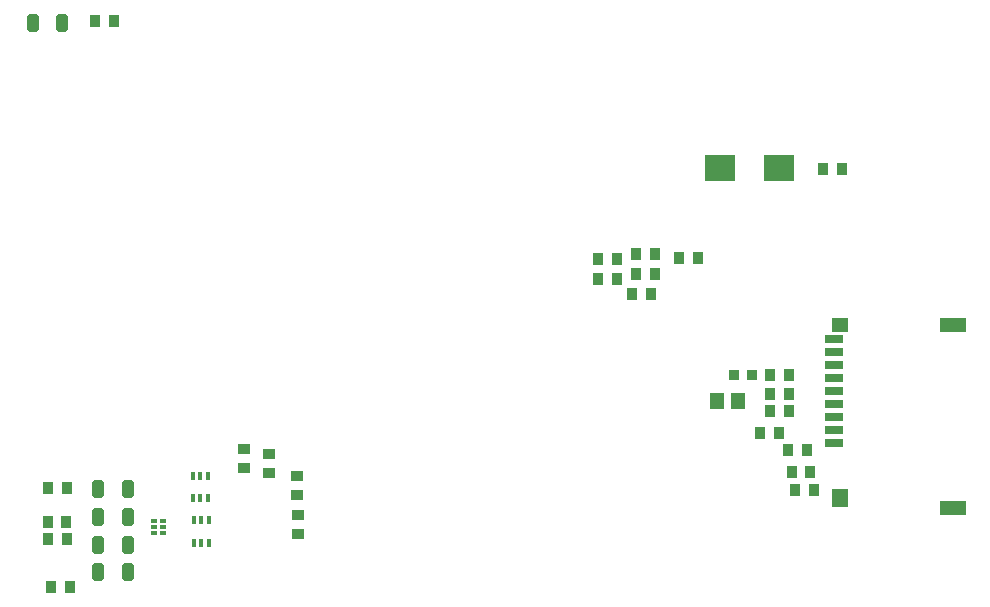
<source format=gbp>
%FSLAX43Y43*%
%MOMM*%
G71*
G01*
G75*
G04 Layer_Color=128*
%ADD10C,0.254*%
%ADD11R,0.813X0.914*%
%ADD12R,1.000X0.900*%
%ADD13R,1.300X1.400*%
%ADD14O,1.200X0.250*%
%ADD15R,0.400X1.600*%
%ADD16O,0.400X1.600*%
%ADD17R,1.890X1.570*%
%ADD18R,0.914X0.813*%
%ADD19R,0.900X1.000*%
%ADD20R,0.800X0.800*%
%ADD21R,2.000X1.450*%
%ADD22R,1.200X0.250*%
%ADD23R,0.900X0.400*%
%ADD24R,4.000X2.050*%
%ADD25R,2.300X0.500*%
%ADD26R,3.500X2.050*%
%ADD27R,1.400X1.300*%
%ADD28R,2.400X3.300*%
%ADD29R,2.400X0.950*%
%ADD30R,1.700X0.600*%
%ADD31R,1.000X1.000*%
%ADD32R,0.600X1.700*%
%ADD33R,1.000X1.000*%
%ADD34C,0.200*%
%ADD35C,0.400*%
%ADD36C,0.500*%
%ADD37C,0.800*%
%ADD38C,1.000*%
%ADD39C,0.508*%
%ADD40R,1.700X2.100*%
%ADD41C,4.500*%
%ADD42R,1.420X1.420*%
%ADD43C,1.420*%
%ADD44C,1.600*%
%ADD45R,1.600X1.600*%
%ADD46O,3.340X1.800*%
%ADD47C,5.500*%
%ADD48C,1.000*%
%ADD49O,2.000X4.500*%
%ADD50R,2.000X5.000*%
%ADD51O,4.000X2.000*%
%ADD52C,1.700*%
%ADD53C,3.200*%
%ADD54C,3.000*%
%ADD55R,1.500X1.500*%
%ADD56C,1.500*%
%ADD57C,1.480*%
%ADD58R,1.480X1.480*%
%ADD59C,1.270*%
%ADD60C,0.800*%
G04:AMPARAMS|DCode=61|XSize=1mm|YSize=1.5mm|CornerRadius=0.25mm|HoleSize=0mm|Usage=FLASHONLY|Rotation=0.000|XOffset=0mm|YOffset=0mm|HoleType=Round|Shape=RoundedRectangle|*
%AMROUNDEDRECTD61*
21,1,1.000,1.000,0,0,0.0*
21,1,0.500,1.500,0,0,0.0*
1,1,0.500,0.250,-0.500*
1,1,0.500,-0.250,-0.500*
1,1,0.500,-0.250,0.500*
1,1,0.500,0.250,0.500*
%
%ADD61ROUNDEDRECTD61*%
%ADD62R,2.600X2.200*%
%ADD63R,0.400X0.650*%
%ADD64R,0.520X0.300*%
%ADD65R,2.200X1.200*%
%ADD66R,1.400X1.600*%
%ADD67R,1.400X1.200*%
%ADD68R,1.600X0.700*%
%ADD69C,0.305*%
%ADD70R,1.700X1.600*%
%ADD71C,0.250*%
%ADD72C,0.100*%
%ADD73C,0.120*%
%ADD74C,0.300*%
%ADD75R,1.016X1.118*%
%ADD76R,1.203X1.103*%
%ADD77R,1.503X1.603*%
%ADD78O,1.300X0.350*%
%ADD79R,0.603X1.803*%
%ADD80O,0.603X1.803*%
%ADD81R,2.093X1.773*%
%ADD82R,1.118X1.016*%
%ADD83R,1.103X1.203*%
%ADD84R,1.003X1.003*%
%ADD85R,2.040X1.490*%
%ADD86R,1.240X0.290*%
%ADD87R,1.000X0.500*%
%ADD88R,4.203X2.253*%
%ADD89R,2.503X0.703*%
%ADD90R,3.703X2.253*%
%ADD91R,1.603X1.503*%
%ADD92R,2.603X3.503*%
%ADD93R,2.603X1.153*%
%ADD94R,1.903X0.803*%
%ADD95R,1.203X1.203*%
%ADD96R,0.803X1.903*%
%ADD97R,1.203X1.203*%
%ADD98C,4.703*%
%ADD99R,1.623X1.623*%
%ADD100C,1.623*%
%ADD101C,1.803*%
%ADD102R,1.803X1.803*%
%ADD103O,3.543X2.003*%
%ADD104R,0.040X0.290*%
%ADD105C,5.600*%
%ADD106C,1.203*%
%ADD107O,2.203X4.703*%
%ADD108R,2.203X5.203*%
%ADD109O,4.203X2.203*%
%ADD110C,1.903*%
%ADD111C,3.403*%
%ADD112C,3.203*%
%ADD113R,1.703X1.703*%
%ADD114C,1.703*%
%ADD115C,1.683*%
%ADD116R,1.683X1.683*%
%ADD117C,1.473*%
%ADD118C,1.003*%
G04:AMPARAMS|DCode=119|XSize=1.203mm|YSize=1.703mm|CornerRadius=0.352mm|HoleSize=0mm|Usage=FLASHONLY|Rotation=0.000|XOffset=0mm|YOffset=0mm|HoleType=Round|Shape=RoundedRectangle|*
%AMROUNDEDRECTD119*
21,1,1.203,1.000,0,0,0.0*
21,1,0.500,1.703,0,0,0.0*
1,1,0.703,0.250,-0.500*
1,1,0.703,-0.250,-0.500*
1,1,0.703,-0.250,0.500*
1,1,0.703,0.250,0.500*
%
%ADD119ROUNDEDRECTD119*%
%ADD120R,2.803X2.403*%
%ADD121R,0.603X0.853*%
%ADD122R,0.620X0.400*%
%ADD123R,2.327X1.327*%
%ADD124R,1.527X1.727*%
%ADD125R,1.527X1.327*%
%ADD126R,1.728X0.828*%
%ADD127R,1.727X0.827*%
D11*
X126798Y76818D02*
D03*
X125224D02*
D03*
D12*
X88240Y66612D02*
D03*
Y68212D02*
D03*
X88290Y63310D02*
D03*
Y64910D02*
D03*
X85877Y68466D02*
D03*
Y70066D02*
D03*
X83725Y68925D02*
D03*
Y70525D02*
D03*
D13*
X125611Y74618D02*
D03*
X123811D02*
D03*
D19*
X116611Y83618D02*
D03*
X118211D02*
D03*
X116911Y85318D02*
D03*
X118511D02*
D03*
X113711Y84918D02*
D03*
X115311D02*
D03*
X120611Y86718D02*
D03*
X122211D02*
D03*
X116911Y87018D02*
D03*
X118511D02*
D03*
X113711Y86618D02*
D03*
X115311D02*
D03*
X128311Y76818D02*
D03*
X129911D02*
D03*
X130411Y67018D02*
D03*
X132011D02*
D03*
X72733Y106756D02*
D03*
X71133D02*
D03*
X67405Y58873D02*
D03*
X69005D02*
D03*
X67145Y62941D02*
D03*
X68745D02*
D03*
X67120Y64364D02*
D03*
X68720D02*
D03*
X67155Y67248D02*
D03*
X68755D02*
D03*
X130111Y68618D02*
D03*
X131711D02*
D03*
X129811Y70418D02*
D03*
X131411D02*
D03*
X127411Y71918D02*
D03*
X129011D02*
D03*
X128311Y73718D02*
D03*
X129911D02*
D03*
X128311Y75218D02*
D03*
X129911D02*
D03*
X134400Y94200D02*
D03*
X132800D02*
D03*
D61*
X65877Y106553D02*
D03*
X68377D02*
D03*
X73900Y60100D02*
D03*
X71400D02*
D03*
X73900Y62375D02*
D03*
X71400D02*
D03*
X73900Y64750D02*
D03*
X71400D02*
D03*
X73900Y67175D02*
D03*
X71400D02*
D03*
D62*
X129025Y94300D02*
D03*
X124025D02*
D03*
D63*
X79480Y62598D02*
D03*
X80130D02*
D03*
X80780D02*
D03*
Y64498D02*
D03*
X80130D02*
D03*
X79480D02*
D03*
X79405Y66373D02*
D03*
X80055D02*
D03*
X80705D02*
D03*
Y68273D02*
D03*
X80055D02*
D03*
X79405D02*
D03*
D64*
X76850Y63425D02*
D03*
X76110D02*
D03*
Y63925D02*
D03*
Y64425D02*
D03*
X76850Y63925D02*
D03*
Y64425D02*
D03*
D65*
X143811Y65518D02*
D03*
Y81018D02*
D03*
D66*
X134211Y66418D02*
D03*
D67*
Y81018D02*
D03*
D68*
X133711Y72118D02*
D03*
Y71018D02*
D03*
Y73218D02*
D03*
Y74318D02*
D03*
Y75418D02*
D03*
Y76518D02*
D03*
Y77618D02*
D03*
Y78718D02*
D03*
Y79818D02*
D03*
M02*

</source>
